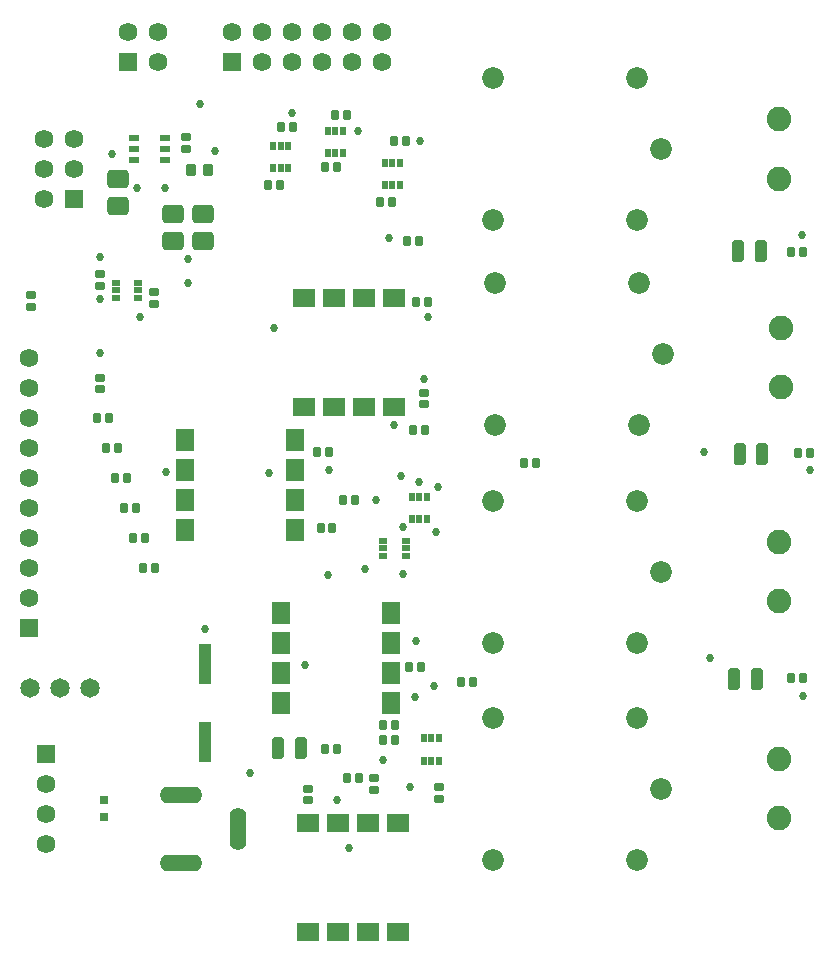
<source format=gbr>
%TF.GenerationSoftware,Altium Limited,Altium Designer,23.9.2 (47)*%
G04 Layer_Color=8388736*
%FSLAX45Y45*%
%MOMM*%
%TF.SameCoordinates,15915765-FD2E-4A0E-A91D-014651F65676*%
%TF.FilePolarity,Negative*%
%TF.FileFunction,Soldermask,Top*%
%TF.Part,Single*%
G01*
G75*
%TA.AperFunction,SMDPad,CuDef*%
%ADD11R,0.90170X0.50800*%
%ADD15R,1.09220X3.40360*%
%TA.AperFunction,ComponentPad*%
%ADD33C,1.65100*%
%TA.AperFunction,SMDPad,CuDef*%
G04:AMPARAMS|DCode=62|XSize=1.09mm|YSize=1.79mm|CornerRadius=0.17mm|HoleSize=0mm|Usage=FLASHONLY|Rotation=180.000|XOffset=0mm|YOffset=0mm|HoleType=Round|Shape=RoundedRectangle|*
%AMROUNDEDRECTD62*
21,1,1.09000,1.45000,0,0,180.0*
21,1,0.75000,1.79000,0,0,180.0*
1,1,0.34000,-0.37500,0.72500*
1,1,0.34000,0.37500,0.72500*
1,1,0.34000,0.37500,-0.72500*
1,1,0.34000,-0.37500,-0.72500*
%
%ADD62ROUNDEDRECTD62*%
%ADD63R,0.51000X0.69000*%
G04:AMPARAMS|DCode=64|XSize=0.69mm|YSize=0.79mm|CornerRadius=0.12mm|HoleSize=0mm|Usage=FLASHONLY|Rotation=0.000|XOffset=0mm|YOffset=0mm|HoleType=Round|Shape=RoundedRectangle|*
%AMROUNDEDRECTD64*
21,1,0.69000,0.55000,0,0,0.0*
21,1,0.45000,0.79000,0,0,0.0*
1,1,0.24000,0.22500,-0.27500*
1,1,0.24000,-0.22500,-0.27500*
1,1,0.24000,-0.22500,0.27500*
1,1,0.24000,0.22500,0.27500*
%
%ADD64ROUNDEDRECTD64*%
%ADD65R,0.79000X0.69000*%
%ADD66R,1.88000X1.62000*%
G04:AMPARAMS|DCode=67|XSize=0.69mm|YSize=0.79mm|CornerRadius=0.12mm|HoleSize=0mm|Usage=FLASHONLY|Rotation=90.000|XOffset=0mm|YOffset=0mm|HoleType=Round|Shape=RoundedRectangle|*
%AMROUNDEDRECTD67*
21,1,0.69000,0.55000,0,0,90.0*
21,1,0.45000,0.79000,0,0,90.0*
1,1,0.24000,0.27500,0.22500*
1,1,0.24000,0.27500,-0.22500*
1,1,0.24000,-0.27500,-0.22500*
1,1,0.24000,-0.27500,0.22500*
%
%ADD67ROUNDEDRECTD67*%
%ADD68R,1.62000X1.88000*%
%ADD69R,0.69000X0.51000*%
G04:AMPARAMS|DCode=70|XSize=1.49mm|YSize=1.79mm|CornerRadius=0.22mm|HoleSize=0mm|Usage=FLASHONLY|Rotation=90.000|XOffset=0mm|YOffset=0mm|HoleType=Round|Shape=RoundedRectangle|*
%AMROUNDEDRECTD70*
21,1,1.49000,1.35000,0,0,90.0*
21,1,1.05000,1.79000,0,0,90.0*
1,1,0.44000,0.67500,0.52500*
1,1,0.44000,0.67500,-0.52500*
1,1,0.44000,-0.67500,-0.52500*
1,1,0.44000,-0.67500,0.52500*
%
%ADD70ROUNDEDRECTD70*%
G04:AMPARAMS|DCode=71|XSize=0.89mm|YSize=1.09mm|CornerRadius=0.145mm|HoleSize=0mm|Usage=FLASHONLY|Rotation=0.000|XOffset=0mm|YOffset=0mm|HoleType=Round|Shape=RoundedRectangle|*
%AMROUNDEDRECTD71*
21,1,0.89000,0.80000,0,0,0.0*
21,1,0.60000,1.09000,0,0,0.0*
1,1,0.29000,0.30000,-0.40000*
1,1,0.29000,-0.30000,-0.40000*
1,1,0.29000,-0.30000,0.40000*
1,1,0.29000,0.30000,0.40000*
%
%ADD71ROUNDEDRECTD71*%
%TA.AperFunction,ComponentPad*%
%ADD72R,1.59000X1.59000*%
%ADD73C,1.59000*%
%ADD74C,2.09000*%
%ADD75C,1.84000*%
%ADD76O,3.59800X1.39800*%
%ADD77O,1.39800X3.59800*%
%ADD78R,1.59000X1.59000*%
%TA.AperFunction,ViaPad*%
%ADD79C,0.69000*%
D11*
X2540000Y10083300D02*
D03*
Y9988300D02*
D03*
Y9893300D02*
D03*
X2800350D02*
D03*
Y9988300D02*
D03*
Y10083300D02*
D03*
D15*
X3136900Y5626100D02*
D03*
Y4965700D02*
D03*
D33*
X2166620Y5420360D02*
D03*
X1912620D02*
D03*
X1658620D02*
D03*
D62*
X7652000Y9118600D02*
D03*
X7842000D02*
D03*
X7664700Y7404100D02*
D03*
X7854700D02*
D03*
X7620000Y5499100D02*
D03*
X7810000D02*
D03*
X3759200Y4914900D02*
D03*
X3949200D02*
D03*
D63*
X4989600Y4997200D02*
D03*
X5054600D02*
D03*
X5119600D02*
D03*
X4989600Y4807200D02*
D03*
X5054600D02*
D03*
X5119600D02*
D03*
X4659400Y9867400D02*
D03*
X4724400D02*
D03*
X4789400D02*
D03*
X4659400Y9677400D02*
D03*
X4724400D02*
D03*
X4789400D02*
D03*
X3713225Y10015600D02*
D03*
X3778225D02*
D03*
X3843225D02*
D03*
X3713225Y9825600D02*
D03*
X3778225D02*
D03*
X3843225D02*
D03*
X4175965Y10138072D02*
D03*
X4240966D02*
D03*
X4305965D02*
D03*
X4175965Y9948072D02*
D03*
X4240966D02*
D03*
X4305965D02*
D03*
X4888000Y7041900D02*
D03*
X4953000D02*
D03*
X5018000D02*
D03*
X4888000Y6851900D02*
D03*
X4953000D02*
D03*
X5018000D02*
D03*
D64*
X4649000Y4978400D02*
D03*
X4749000D02*
D03*
X4344200Y4660900D02*
D03*
X4444200D02*
D03*
X4928400Y8686800D02*
D03*
X5028400D02*
D03*
X4852200Y9207500D02*
D03*
X4952200D02*
D03*
X2299500Y7454900D02*
D03*
X2399500D02*
D03*
X2223300Y7708900D02*
D03*
X2323300D02*
D03*
X2717000Y6438900D02*
D03*
X2617000D02*
D03*
X2628100Y6692900D02*
D03*
X2528100D02*
D03*
X2451900Y6946900D02*
D03*
X2551900D02*
D03*
X2375700Y7200900D02*
D03*
X2475700D02*
D03*
X4740440Y10053320D02*
D03*
X4840440D02*
D03*
X4254500Y9829800D02*
D03*
X4154500D02*
D03*
X4242600Y10274300D02*
D03*
X4342600D02*
D03*
X3771100Y9677400D02*
D03*
X3671100D02*
D03*
X3780865Y10175620D02*
D03*
X3880865D02*
D03*
X4723600Y9537700D02*
D03*
X4623600D02*
D03*
X5003000Y7607300D02*
D03*
X4903000D02*
D03*
X4191000Y7416800D02*
D03*
X4091000D02*
D03*
X4217200Y6776800D02*
D03*
X4117200D02*
D03*
X4307700Y7010400D02*
D03*
X4407700D02*
D03*
X5942800Y7327900D02*
D03*
X5842800D02*
D03*
X5409400Y5473700D02*
D03*
X5309400D02*
D03*
X4964500Y5600300D02*
D03*
X4864500D02*
D03*
X4748200Y5105400D02*
D03*
X4648200D02*
D03*
X8100000Y9111200D02*
D03*
X8200000D02*
D03*
X8162700Y7416000D02*
D03*
X8262700D02*
D03*
X8100000Y5504900D02*
D03*
X8200000D02*
D03*
X4153700Y4902200D02*
D03*
X4253700D02*
D03*
D65*
X2286000Y4330700D02*
D03*
Y4470700D02*
D03*
D66*
X4267200Y4279800D02*
D03*
X4775200D02*
D03*
X4521200D02*
D03*
X4013200D02*
D03*
X4775200Y3352800D02*
D03*
X4521200D02*
D03*
X4267200D02*
D03*
X4013200D02*
D03*
X4737100Y8724900D02*
D03*
X4483100D02*
D03*
X4229100D02*
D03*
X3975100D02*
D03*
X4737100Y7797900D02*
D03*
X4229100D02*
D03*
X3975100D02*
D03*
X4483100D02*
D03*
D67*
X4013200Y4471200D02*
D03*
Y4571200D02*
D03*
X2247900Y7950200D02*
D03*
Y8050200D02*
D03*
X1663700Y8649500D02*
D03*
Y8749500D02*
D03*
X2247900Y8927300D02*
D03*
Y8827300D02*
D03*
X2705100Y8774900D02*
D03*
Y8674900D02*
D03*
X2981960Y10083800D02*
D03*
Y9983800D02*
D03*
X4991100Y7824000D02*
D03*
Y7924000D02*
D03*
X4572000Y4659300D02*
D03*
Y4559300D02*
D03*
X5118100Y4483900D02*
D03*
Y4583900D02*
D03*
D68*
X3784700Y6057900D02*
D03*
Y5803900D02*
D03*
Y5549900D02*
D03*
Y5295900D02*
D03*
X4711700Y6057900D02*
D03*
Y5549900D02*
D03*
Y5295900D02*
D03*
Y5803900D02*
D03*
X2971800Y7518400D02*
D03*
Y7264400D02*
D03*
Y7010400D02*
D03*
Y6756400D02*
D03*
X3898800Y7518400D02*
D03*
Y7010400D02*
D03*
Y6756400D02*
D03*
Y7264400D02*
D03*
D69*
X2381500Y8723400D02*
D03*
Y8788400D02*
D03*
Y8853400D02*
D03*
X2571500Y8723400D02*
D03*
Y8788400D02*
D03*
Y8853400D02*
D03*
X4648700Y6540500D02*
D03*
Y6605500D02*
D03*
Y6670500D02*
D03*
X4838700Y6540500D02*
D03*
Y6605500D02*
D03*
Y6670500D02*
D03*
D70*
X3124200Y9207500D02*
D03*
Y9436100D02*
D03*
X2870200Y9207500D02*
D03*
Y9436100D02*
D03*
X2400300Y9499600D02*
D03*
Y9728200D02*
D03*
D71*
X3016180Y9806940D02*
D03*
X3166180D02*
D03*
D72*
X1651000Y5930900D02*
D03*
X1790700Y4864100D02*
D03*
X2032000Y9563100D02*
D03*
D73*
X1651000Y6184900D02*
D03*
Y6692900D02*
D03*
Y6946900D02*
D03*
Y7200900D02*
D03*
Y7454900D02*
D03*
Y7708900D02*
D03*
Y7962900D02*
D03*
Y8216900D02*
D03*
Y6438900D02*
D03*
X1790700Y4610100D02*
D03*
Y4356100D02*
D03*
Y4102100D02*
D03*
X1778000Y9563100D02*
D03*
X2032000Y9817100D02*
D03*
X1778000D02*
D03*
X2032000Y10071100D02*
D03*
X1778000D02*
D03*
X2743200Y10972800D02*
D03*
Y10718800D02*
D03*
X2489200Y10972800D02*
D03*
X4635500D02*
D03*
Y10718800D02*
D03*
X4381500Y10972800D02*
D03*
Y10718800D02*
D03*
X4127500Y10972800D02*
D03*
Y10718800D02*
D03*
X3873500Y10972800D02*
D03*
Y10718800D02*
D03*
X3619500Y10972800D02*
D03*
Y10718800D02*
D03*
X3365500Y10972800D02*
D03*
D74*
X8000000Y4320000D02*
D03*
Y4820000D02*
D03*
Y6154900D02*
D03*
Y6654900D02*
D03*
X8013700Y7966900D02*
D03*
Y8466900D02*
D03*
X8000000Y10235800D02*
D03*
Y9735800D02*
D03*
D75*
X6800000Y7004900D02*
D03*
X5580000Y5804900D02*
D03*
X6800000D02*
D03*
X7000000Y6404900D02*
D03*
X5580000Y7004900D02*
D03*
Y5170000D02*
D03*
X7000000Y4570000D02*
D03*
X6800000Y3970000D02*
D03*
X5580000D02*
D03*
X6800000Y5170000D02*
D03*
X5580000Y10585800D02*
D03*
X7000000Y9985800D02*
D03*
X6800000Y9385800D02*
D03*
X5580000D02*
D03*
X6800000Y10585800D02*
D03*
X5592700Y8852500D02*
D03*
X7012700Y8252500D02*
D03*
X6812700Y7652500D02*
D03*
X5592700D02*
D03*
X6812700Y8852500D02*
D03*
D76*
X2939200Y4519100D02*
D03*
Y3939100D02*
D03*
D77*
X3419200Y4229100D02*
D03*
D78*
X2489200Y10718800D02*
D03*
X3365500D02*
D03*
D79*
X2247900Y8255000D02*
D03*
X2806700Y7251700D02*
D03*
X4813300Y6781800D02*
D03*
X4800600Y7213600D02*
D03*
X4584700Y7010400D02*
D03*
X3517900Y4699000D02*
D03*
X3136900Y5918200D02*
D03*
X4648200Y4813300D02*
D03*
X4914900Y5346700D02*
D03*
X5080000Y5435600D02*
D03*
X4254500Y4470400D02*
D03*
X3721100Y8470900D02*
D03*
X5029200Y8559800D02*
D03*
X4356100Y4064000D02*
D03*
X7366000Y7416800D02*
D03*
X4178300Y6375400D02*
D03*
X4876800Y4584700D02*
D03*
X8191500Y9258300D02*
D03*
X4699000Y9230200D02*
D03*
X4991100Y8039100D02*
D03*
X7416800Y5676900D02*
D03*
X4813300Y6388100D02*
D03*
X4495800Y6426200D02*
D03*
X2997200Y8851900D02*
D03*
X2590800Y8559800D02*
D03*
X2997200Y9055100D02*
D03*
X3878325Y10295000D02*
D03*
X4432300Y10134600D02*
D03*
X2247900Y9067800D02*
D03*
Y8712200D02*
D03*
X3098800Y10363200D02*
D03*
X4960620Y10053320D02*
D03*
X3987800Y5613400D02*
D03*
X3225800Y9969500D02*
D03*
X2800350Y9653270D02*
D03*
X2565400Y9652000D02*
D03*
X2349500Y9944100D02*
D03*
X8262700Y7269400D02*
D03*
X5110480Y7124700D02*
D03*
X4953000Y7162800D02*
D03*
X4737100Y7645400D02*
D03*
X4191800Y7264400D02*
D03*
X3683000Y7239000D02*
D03*
X8200000Y5355200D02*
D03*
X5092700Y6743700D02*
D03*
X4927600Y5816600D02*
D03*
%TF.MD5,56371f259cc0a7a2066edd4e0ec70228*%
M02*

</source>
